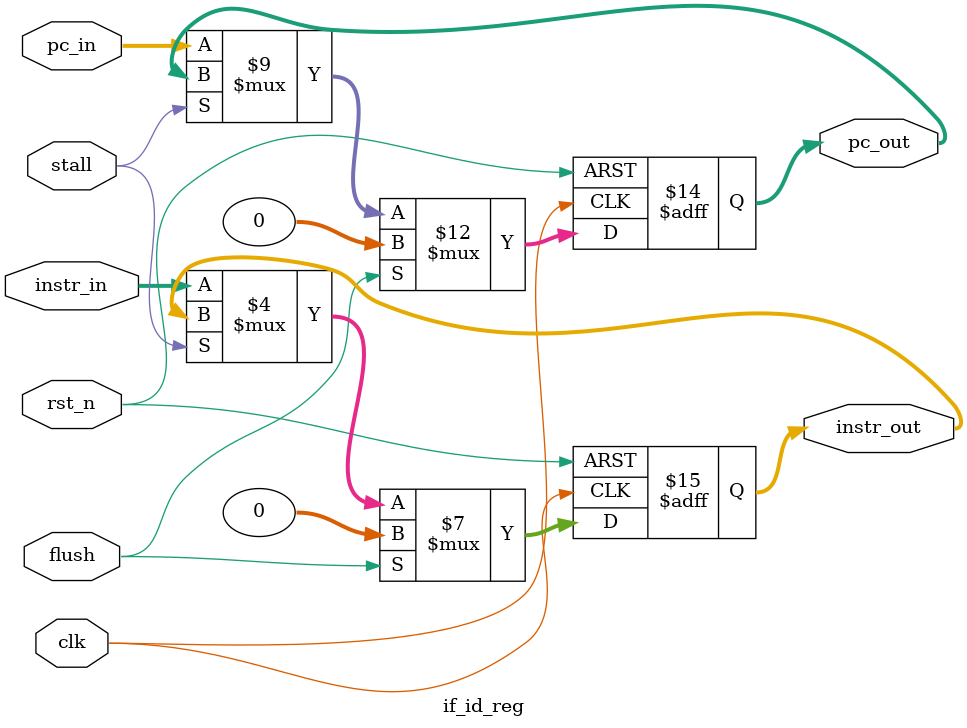
<source format=sv>
module if_id_reg (
    input  logic        clk,
    input  logic        rst_n,
    input  logic        stall,
    input  logic        flush,
    input  logic [31:0] pc_in,
    input  logic [31:0] instr_in,
    output logic [31:0] pc_out,
    output logic [31:0] instr_out
);
    
    always_ff @(posedge clk or negedge rst_n) begin
        if (!rst_n) begin
            pc_out <= 32'b0;
            instr_out <= 32'b0;
        end else if (flush) begin
            pc_out <= 32'b0;
            instr_out <= 32'b0;
        end else if (!stall) begin
            pc_out <= pc_in;
            instr_out <= instr_in;
        end
    end
    
endmodule
</source>
